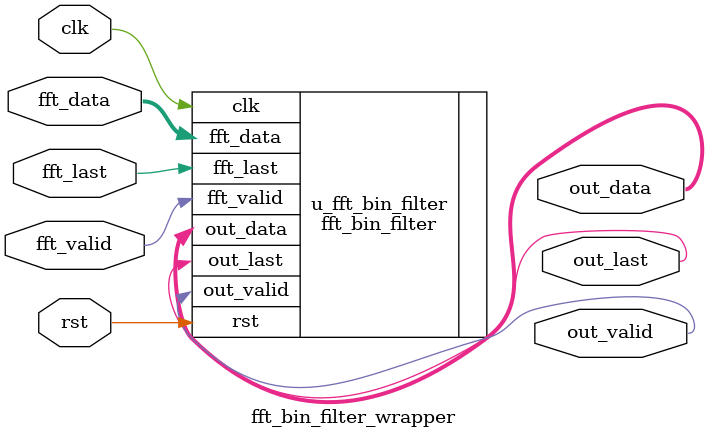
<source format=v>
module fft_bin_filter_wrapper (
    //filter to take only the first half of bins
    input  wire        clk,
    input  wire        rst,

    //data from the fft
    input  wire [31:0] fft_data,
    input  wire        fft_valid,
    input  wire        fft_last,

    // To magnitude
    output wire [31:0] out_data,
    output wire        out_valid,
    output wire        out_last
);

    fft_bin_filter u_fft_bin_filter (
        .clk(clk),
        .rst(rst),
        .fft_data(fft_data),
        .fft_valid(fft_valid),
        .fft_last(fft_last),
        .out_data(out_data),
        .out_valid(out_valid),
        .out_last(out_last)
    );

endmodule

</source>
